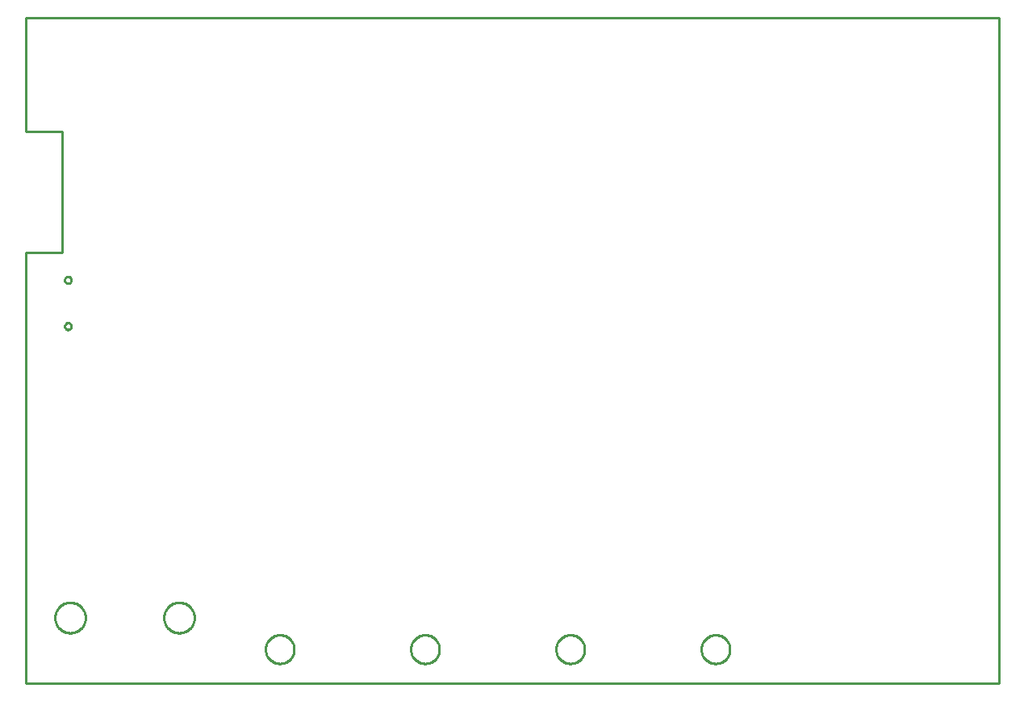
<source format=gko>
G04 EAGLE Gerber RS-274X export*
G75*
%MOMM*%
%FSLAX34Y34*%
%LPD*%
%INBoard Outline*%
%IPPOS*%
%AMOC8*
5,1,8,0,0,1.08239X$1,22.5*%
G01*
%ADD10C,0.000000*%
%ADD11C,0.254000*%


D10*
X0Y0D02*
X1021080Y0D01*
X1021080Y698500D01*
X0Y698500D01*
X0Y579120D01*
X38100Y579120D01*
X38100Y452120D01*
X0Y452120D01*
X0Y0D01*
X40950Y422989D02*
X40952Y423107D01*
X40958Y423225D01*
X40968Y423343D01*
X40982Y423460D01*
X41000Y423577D01*
X41022Y423694D01*
X41047Y423809D01*
X41077Y423923D01*
X41111Y424037D01*
X41148Y424149D01*
X41189Y424260D01*
X41234Y424369D01*
X41282Y424477D01*
X41334Y424583D01*
X41390Y424688D01*
X41449Y424790D01*
X41511Y424890D01*
X41577Y424988D01*
X41646Y425084D01*
X41719Y425178D01*
X41794Y425269D01*
X41873Y425357D01*
X41954Y425443D01*
X42039Y425526D01*
X42126Y425606D01*
X42215Y425683D01*
X42308Y425757D01*
X42402Y425827D01*
X42499Y425895D01*
X42599Y425959D01*
X42700Y426020D01*
X42803Y426077D01*
X42909Y426131D01*
X43016Y426182D01*
X43124Y426228D01*
X43234Y426271D01*
X43346Y426310D01*
X43459Y426346D01*
X43573Y426377D01*
X43688Y426405D01*
X43803Y426429D01*
X43920Y426449D01*
X44037Y426465D01*
X44155Y426477D01*
X44273Y426485D01*
X44391Y426489D01*
X44509Y426489D01*
X44627Y426485D01*
X44745Y426477D01*
X44863Y426465D01*
X44980Y426449D01*
X45097Y426429D01*
X45212Y426405D01*
X45327Y426377D01*
X45441Y426346D01*
X45554Y426310D01*
X45666Y426271D01*
X45776Y426228D01*
X45884Y426182D01*
X45991Y426131D01*
X46097Y426077D01*
X46200Y426020D01*
X46301Y425959D01*
X46401Y425895D01*
X46498Y425827D01*
X46592Y425757D01*
X46685Y425683D01*
X46774Y425606D01*
X46861Y425526D01*
X46946Y425443D01*
X47027Y425357D01*
X47106Y425269D01*
X47181Y425178D01*
X47254Y425084D01*
X47323Y424988D01*
X47389Y424890D01*
X47451Y424790D01*
X47510Y424688D01*
X47566Y424583D01*
X47618Y424477D01*
X47666Y424369D01*
X47711Y424260D01*
X47752Y424149D01*
X47789Y424037D01*
X47823Y423923D01*
X47853Y423809D01*
X47878Y423694D01*
X47900Y423577D01*
X47918Y423460D01*
X47932Y423343D01*
X47942Y423225D01*
X47948Y423107D01*
X47950Y422989D01*
X47948Y422871D01*
X47942Y422753D01*
X47932Y422635D01*
X47918Y422518D01*
X47900Y422401D01*
X47878Y422284D01*
X47853Y422169D01*
X47823Y422055D01*
X47789Y421941D01*
X47752Y421829D01*
X47711Y421718D01*
X47666Y421609D01*
X47618Y421501D01*
X47566Y421395D01*
X47510Y421290D01*
X47451Y421188D01*
X47389Y421088D01*
X47323Y420990D01*
X47254Y420894D01*
X47181Y420800D01*
X47106Y420709D01*
X47027Y420621D01*
X46946Y420535D01*
X46861Y420452D01*
X46774Y420372D01*
X46685Y420295D01*
X46592Y420221D01*
X46498Y420151D01*
X46401Y420083D01*
X46301Y420019D01*
X46200Y419958D01*
X46097Y419901D01*
X45991Y419847D01*
X45884Y419796D01*
X45776Y419750D01*
X45666Y419707D01*
X45554Y419668D01*
X45441Y419632D01*
X45327Y419601D01*
X45212Y419573D01*
X45097Y419549D01*
X44980Y419529D01*
X44863Y419513D01*
X44745Y419501D01*
X44627Y419493D01*
X44509Y419489D01*
X44391Y419489D01*
X44273Y419493D01*
X44155Y419501D01*
X44037Y419513D01*
X43920Y419529D01*
X43803Y419549D01*
X43688Y419573D01*
X43573Y419601D01*
X43459Y419632D01*
X43346Y419668D01*
X43234Y419707D01*
X43124Y419750D01*
X43016Y419796D01*
X42909Y419847D01*
X42803Y419901D01*
X42700Y419958D01*
X42599Y420019D01*
X42499Y420083D01*
X42402Y420151D01*
X42308Y420221D01*
X42215Y420295D01*
X42126Y420372D01*
X42039Y420452D01*
X41954Y420535D01*
X41873Y420621D01*
X41794Y420709D01*
X41719Y420800D01*
X41646Y420894D01*
X41577Y420990D01*
X41511Y421088D01*
X41449Y421188D01*
X41390Y421290D01*
X41334Y421395D01*
X41282Y421501D01*
X41234Y421609D01*
X41189Y421718D01*
X41148Y421829D01*
X41111Y421941D01*
X41077Y422055D01*
X41047Y422169D01*
X41022Y422284D01*
X41000Y422401D01*
X40982Y422518D01*
X40968Y422635D01*
X40958Y422753D01*
X40952Y422871D01*
X40950Y422989D01*
X40950Y374571D02*
X40952Y374689D01*
X40958Y374807D01*
X40968Y374925D01*
X40982Y375042D01*
X41000Y375159D01*
X41022Y375276D01*
X41047Y375391D01*
X41077Y375505D01*
X41111Y375619D01*
X41148Y375731D01*
X41189Y375842D01*
X41234Y375951D01*
X41282Y376059D01*
X41334Y376165D01*
X41390Y376270D01*
X41449Y376372D01*
X41511Y376472D01*
X41577Y376570D01*
X41646Y376666D01*
X41719Y376760D01*
X41794Y376851D01*
X41873Y376939D01*
X41954Y377025D01*
X42039Y377108D01*
X42126Y377188D01*
X42215Y377265D01*
X42308Y377339D01*
X42402Y377409D01*
X42499Y377477D01*
X42599Y377541D01*
X42700Y377602D01*
X42803Y377659D01*
X42909Y377713D01*
X43016Y377764D01*
X43124Y377810D01*
X43234Y377853D01*
X43346Y377892D01*
X43459Y377928D01*
X43573Y377959D01*
X43688Y377987D01*
X43803Y378011D01*
X43920Y378031D01*
X44037Y378047D01*
X44155Y378059D01*
X44273Y378067D01*
X44391Y378071D01*
X44509Y378071D01*
X44627Y378067D01*
X44745Y378059D01*
X44863Y378047D01*
X44980Y378031D01*
X45097Y378011D01*
X45212Y377987D01*
X45327Y377959D01*
X45441Y377928D01*
X45554Y377892D01*
X45666Y377853D01*
X45776Y377810D01*
X45884Y377764D01*
X45991Y377713D01*
X46097Y377659D01*
X46200Y377602D01*
X46301Y377541D01*
X46401Y377477D01*
X46498Y377409D01*
X46592Y377339D01*
X46685Y377265D01*
X46774Y377188D01*
X46861Y377108D01*
X46946Y377025D01*
X47027Y376939D01*
X47106Y376851D01*
X47181Y376760D01*
X47254Y376666D01*
X47323Y376570D01*
X47389Y376472D01*
X47451Y376372D01*
X47510Y376270D01*
X47566Y376165D01*
X47618Y376059D01*
X47666Y375951D01*
X47711Y375842D01*
X47752Y375731D01*
X47789Y375619D01*
X47823Y375505D01*
X47853Y375391D01*
X47878Y375276D01*
X47900Y375159D01*
X47918Y375042D01*
X47932Y374925D01*
X47942Y374807D01*
X47948Y374689D01*
X47950Y374571D01*
X47948Y374453D01*
X47942Y374335D01*
X47932Y374217D01*
X47918Y374100D01*
X47900Y373983D01*
X47878Y373866D01*
X47853Y373751D01*
X47823Y373637D01*
X47789Y373523D01*
X47752Y373411D01*
X47711Y373300D01*
X47666Y373191D01*
X47618Y373083D01*
X47566Y372977D01*
X47510Y372872D01*
X47451Y372770D01*
X47389Y372670D01*
X47323Y372572D01*
X47254Y372476D01*
X47181Y372382D01*
X47106Y372291D01*
X47027Y372203D01*
X46946Y372117D01*
X46861Y372034D01*
X46774Y371954D01*
X46685Y371877D01*
X46592Y371803D01*
X46498Y371733D01*
X46401Y371665D01*
X46301Y371601D01*
X46200Y371540D01*
X46097Y371483D01*
X45991Y371429D01*
X45884Y371378D01*
X45776Y371332D01*
X45666Y371289D01*
X45554Y371250D01*
X45441Y371214D01*
X45327Y371183D01*
X45212Y371155D01*
X45097Y371131D01*
X44980Y371111D01*
X44863Y371095D01*
X44745Y371083D01*
X44627Y371075D01*
X44509Y371071D01*
X44391Y371071D01*
X44273Y371075D01*
X44155Y371083D01*
X44037Y371095D01*
X43920Y371111D01*
X43803Y371131D01*
X43688Y371155D01*
X43573Y371183D01*
X43459Y371214D01*
X43346Y371250D01*
X43234Y371289D01*
X43124Y371332D01*
X43016Y371378D01*
X42909Y371429D01*
X42803Y371483D01*
X42700Y371540D01*
X42599Y371601D01*
X42499Y371665D01*
X42402Y371733D01*
X42308Y371803D01*
X42215Y371877D01*
X42126Y371954D01*
X42039Y372034D01*
X41954Y372117D01*
X41873Y372203D01*
X41794Y372291D01*
X41719Y372382D01*
X41646Y372476D01*
X41577Y372572D01*
X41511Y372670D01*
X41449Y372770D01*
X41390Y372872D01*
X41334Y372977D01*
X41282Y373083D01*
X41234Y373191D01*
X41189Y373300D01*
X41148Y373411D01*
X41111Y373523D01*
X41077Y373637D01*
X41047Y373751D01*
X41022Y373866D01*
X41000Y373983D01*
X40982Y374100D01*
X40968Y374217D01*
X40958Y374335D01*
X40952Y374453D01*
X40950Y374571D01*
X145030Y68700D02*
X145035Y69093D01*
X145049Y69485D01*
X145073Y69877D01*
X145107Y70268D01*
X145150Y70659D01*
X145203Y71048D01*
X145266Y71435D01*
X145337Y71821D01*
X145419Y72206D01*
X145509Y72588D01*
X145610Y72967D01*
X145719Y73345D01*
X145838Y73719D01*
X145965Y74090D01*
X146102Y74458D01*
X146248Y74823D01*
X146403Y75184D01*
X146566Y75541D01*
X146738Y75894D01*
X146919Y76242D01*
X147109Y76586D01*
X147306Y76926D01*
X147512Y77260D01*
X147726Y77589D01*
X147949Y77913D01*
X148179Y78231D01*
X148416Y78544D01*
X148662Y78850D01*
X148915Y79151D01*
X149175Y79445D01*
X149442Y79733D01*
X149716Y80014D01*
X149997Y80288D01*
X150285Y80555D01*
X150579Y80815D01*
X150880Y81068D01*
X151186Y81314D01*
X151499Y81551D01*
X151817Y81781D01*
X152141Y82004D01*
X152470Y82218D01*
X152804Y82424D01*
X153144Y82621D01*
X153488Y82811D01*
X153836Y82992D01*
X154189Y83164D01*
X154546Y83327D01*
X154907Y83482D01*
X155272Y83628D01*
X155640Y83765D01*
X156011Y83892D01*
X156385Y84011D01*
X156763Y84120D01*
X157142Y84221D01*
X157524Y84311D01*
X157909Y84393D01*
X158295Y84464D01*
X158682Y84527D01*
X159071Y84580D01*
X159462Y84623D01*
X159853Y84657D01*
X160245Y84681D01*
X160637Y84695D01*
X161030Y84700D01*
X161423Y84695D01*
X161815Y84681D01*
X162207Y84657D01*
X162598Y84623D01*
X162989Y84580D01*
X163378Y84527D01*
X163765Y84464D01*
X164151Y84393D01*
X164536Y84311D01*
X164918Y84221D01*
X165297Y84120D01*
X165675Y84011D01*
X166049Y83892D01*
X166420Y83765D01*
X166788Y83628D01*
X167153Y83482D01*
X167514Y83327D01*
X167871Y83164D01*
X168224Y82992D01*
X168572Y82811D01*
X168916Y82621D01*
X169256Y82424D01*
X169590Y82218D01*
X169919Y82004D01*
X170243Y81781D01*
X170561Y81551D01*
X170874Y81314D01*
X171180Y81068D01*
X171481Y80815D01*
X171775Y80555D01*
X172063Y80288D01*
X172344Y80014D01*
X172618Y79733D01*
X172885Y79445D01*
X173145Y79151D01*
X173398Y78850D01*
X173644Y78544D01*
X173881Y78231D01*
X174111Y77913D01*
X174334Y77589D01*
X174548Y77260D01*
X174754Y76926D01*
X174951Y76586D01*
X175141Y76242D01*
X175322Y75894D01*
X175494Y75541D01*
X175657Y75184D01*
X175812Y74823D01*
X175958Y74458D01*
X176095Y74090D01*
X176222Y73719D01*
X176341Y73345D01*
X176450Y72967D01*
X176551Y72588D01*
X176641Y72206D01*
X176723Y71821D01*
X176794Y71435D01*
X176857Y71048D01*
X176910Y70659D01*
X176953Y70268D01*
X176987Y69877D01*
X177011Y69485D01*
X177025Y69093D01*
X177030Y68700D01*
X177025Y68307D01*
X177011Y67915D01*
X176987Y67523D01*
X176953Y67132D01*
X176910Y66741D01*
X176857Y66352D01*
X176794Y65965D01*
X176723Y65579D01*
X176641Y65194D01*
X176551Y64812D01*
X176450Y64433D01*
X176341Y64055D01*
X176222Y63681D01*
X176095Y63310D01*
X175958Y62942D01*
X175812Y62577D01*
X175657Y62216D01*
X175494Y61859D01*
X175322Y61506D01*
X175141Y61158D01*
X174951Y60814D01*
X174754Y60474D01*
X174548Y60140D01*
X174334Y59811D01*
X174111Y59487D01*
X173881Y59169D01*
X173644Y58856D01*
X173398Y58550D01*
X173145Y58249D01*
X172885Y57955D01*
X172618Y57667D01*
X172344Y57386D01*
X172063Y57112D01*
X171775Y56845D01*
X171481Y56585D01*
X171180Y56332D01*
X170874Y56086D01*
X170561Y55849D01*
X170243Y55619D01*
X169919Y55396D01*
X169590Y55182D01*
X169256Y54976D01*
X168916Y54779D01*
X168572Y54589D01*
X168224Y54408D01*
X167871Y54236D01*
X167514Y54073D01*
X167153Y53918D01*
X166788Y53772D01*
X166420Y53635D01*
X166049Y53508D01*
X165675Y53389D01*
X165297Y53280D01*
X164918Y53179D01*
X164536Y53089D01*
X164151Y53007D01*
X163765Y52936D01*
X163378Y52873D01*
X162989Y52820D01*
X162598Y52777D01*
X162207Y52743D01*
X161815Y52719D01*
X161423Y52705D01*
X161030Y52700D01*
X160637Y52705D01*
X160245Y52719D01*
X159853Y52743D01*
X159462Y52777D01*
X159071Y52820D01*
X158682Y52873D01*
X158295Y52936D01*
X157909Y53007D01*
X157524Y53089D01*
X157142Y53179D01*
X156763Y53280D01*
X156385Y53389D01*
X156011Y53508D01*
X155640Y53635D01*
X155272Y53772D01*
X154907Y53918D01*
X154546Y54073D01*
X154189Y54236D01*
X153836Y54408D01*
X153488Y54589D01*
X153144Y54779D01*
X152804Y54976D01*
X152470Y55182D01*
X152141Y55396D01*
X151817Y55619D01*
X151499Y55849D01*
X151186Y56086D01*
X150880Y56332D01*
X150579Y56585D01*
X150285Y56845D01*
X149997Y57112D01*
X149716Y57386D01*
X149442Y57667D01*
X149175Y57955D01*
X148915Y58249D01*
X148662Y58550D01*
X148416Y58856D01*
X148179Y59169D01*
X147949Y59487D01*
X147726Y59811D01*
X147512Y60140D01*
X147306Y60474D01*
X147109Y60814D01*
X146919Y61158D01*
X146738Y61506D01*
X146566Y61859D01*
X146403Y62216D01*
X146248Y62577D01*
X146102Y62942D01*
X145965Y63310D01*
X145838Y63681D01*
X145719Y64055D01*
X145610Y64433D01*
X145509Y64812D01*
X145419Y65194D01*
X145337Y65579D01*
X145266Y65965D01*
X145203Y66352D01*
X145150Y66741D01*
X145107Y67132D01*
X145073Y67523D01*
X145049Y67915D01*
X145035Y68307D01*
X145030Y68700D01*
X30730Y68700D02*
X30735Y69093D01*
X30749Y69485D01*
X30773Y69877D01*
X30807Y70268D01*
X30850Y70659D01*
X30903Y71048D01*
X30966Y71435D01*
X31037Y71821D01*
X31119Y72206D01*
X31209Y72588D01*
X31310Y72967D01*
X31419Y73345D01*
X31538Y73719D01*
X31665Y74090D01*
X31802Y74458D01*
X31948Y74823D01*
X32103Y75184D01*
X32266Y75541D01*
X32438Y75894D01*
X32619Y76242D01*
X32809Y76586D01*
X33006Y76926D01*
X33212Y77260D01*
X33426Y77589D01*
X33649Y77913D01*
X33879Y78231D01*
X34116Y78544D01*
X34362Y78850D01*
X34615Y79151D01*
X34875Y79445D01*
X35142Y79733D01*
X35416Y80014D01*
X35697Y80288D01*
X35985Y80555D01*
X36279Y80815D01*
X36580Y81068D01*
X36886Y81314D01*
X37199Y81551D01*
X37517Y81781D01*
X37841Y82004D01*
X38170Y82218D01*
X38504Y82424D01*
X38844Y82621D01*
X39188Y82811D01*
X39536Y82992D01*
X39889Y83164D01*
X40246Y83327D01*
X40607Y83482D01*
X40972Y83628D01*
X41340Y83765D01*
X41711Y83892D01*
X42085Y84011D01*
X42463Y84120D01*
X42842Y84221D01*
X43224Y84311D01*
X43609Y84393D01*
X43995Y84464D01*
X44382Y84527D01*
X44771Y84580D01*
X45162Y84623D01*
X45553Y84657D01*
X45945Y84681D01*
X46337Y84695D01*
X46730Y84700D01*
X47123Y84695D01*
X47515Y84681D01*
X47907Y84657D01*
X48298Y84623D01*
X48689Y84580D01*
X49078Y84527D01*
X49465Y84464D01*
X49851Y84393D01*
X50236Y84311D01*
X50618Y84221D01*
X50997Y84120D01*
X51375Y84011D01*
X51749Y83892D01*
X52120Y83765D01*
X52488Y83628D01*
X52853Y83482D01*
X53214Y83327D01*
X53571Y83164D01*
X53924Y82992D01*
X54272Y82811D01*
X54616Y82621D01*
X54956Y82424D01*
X55290Y82218D01*
X55619Y82004D01*
X55943Y81781D01*
X56261Y81551D01*
X56574Y81314D01*
X56880Y81068D01*
X57181Y80815D01*
X57475Y80555D01*
X57763Y80288D01*
X58044Y80014D01*
X58318Y79733D01*
X58585Y79445D01*
X58845Y79151D01*
X59098Y78850D01*
X59344Y78544D01*
X59581Y78231D01*
X59811Y77913D01*
X60034Y77589D01*
X60248Y77260D01*
X60454Y76926D01*
X60651Y76586D01*
X60841Y76242D01*
X61022Y75894D01*
X61194Y75541D01*
X61357Y75184D01*
X61512Y74823D01*
X61658Y74458D01*
X61795Y74090D01*
X61922Y73719D01*
X62041Y73345D01*
X62150Y72967D01*
X62251Y72588D01*
X62341Y72206D01*
X62423Y71821D01*
X62494Y71435D01*
X62557Y71048D01*
X62610Y70659D01*
X62653Y70268D01*
X62687Y69877D01*
X62711Y69485D01*
X62725Y69093D01*
X62730Y68700D01*
X62725Y68307D01*
X62711Y67915D01*
X62687Y67523D01*
X62653Y67132D01*
X62610Y66741D01*
X62557Y66352D01*
X62494Y65965D01*
X62423Y65579D01*
X62341Y65194D01*
X62251Y64812D01*
X62150Y64433D01*
X62041Y64055D01*
X61922Y63681D01*
X61795Y63310D01*
X61658Y62942D01*
X61512Y62577D01*
X61357Y62216D01*
X61194Y61859D01*
X61022Y61506D01*
X60841Y61158D01*
X60651Y60814D01*
X60454Y60474D01*
X60248Y60140D01*
X60034Y59811D01*
X59811Y59487D01*
X59581Y59169D01*
X59344Y58856D01*
X59098Y58550D01*
X58845Y58249D01*
X58585Y57955D01*
X58318Y57667D01*
X58044Y57386D01*
X57763Y57112D01*
X57475Y56845D01*
X57181Y56585D01*
X56880Y56332D01*
X56574Y56086D01*
X56261Y55849D01*
X55943Y55619D01*
X55619Y55396D01*
X55290Y55182D01*
X54956Y54976D01*
X54616Y54779D01*
X54272Y54589D01*
X53924Y54408D01*
X53571Y54236D01*
X53214Y54073D01*
X52853Y53918D01*
X52488Y53772D01*
X52120Y53635D01*
X51749Y53508D01*
X51375Y53389D01*
X50997Y53280D01*
X50618Y53179D01*
X50236Y53089D01*
X49851Y53007D01*
X49465Y52936D01*
X49078Y52873D01*
X48689Y52820D01*
X48298Y52777D01*
X47907Y52743D01*
X47515Y52719D01*
X47123Y52705D01*
X46730Y52700D01*
X46337Y52705D01*
X45945Y52719D01*
X45553Y52743D01*
X45162Y52777D01*
X44771Y52820D01*
X44382Y52873D01*
X43995Y52936D01*
X43609Y53007D01*
X43224Y53089D01*
X42842Y53179D01*
X42463Y53280D01*
X42085Y53389D01*
X41711Y53508D01*
X41340Y53635D01*
X40972Y53772D01*
X40607Y53918D01*
X40246Y54073D01*
X39889Y54236D01*
X39536Y54408D01*
X39188Y54589D01*
X38844Y54779D01*
X38504Y54976D01*
X38170Y55182D01*
X37841Y55396D01*
X37517Y55619D01*
X37199Y55849D01*
X36886Y56086D01*
X36580Y56332D01*
X36279Y56585D01*
X35985Y56845D01*
X35697Y57112D01*
X35416Y57386D01*
X35142Y57667D01*
X34875Y57955D01*
X34615Y58249D01*
X34362Y58550D01*
X34116Y58856D01*
X33879Y59169D01*
X33649Y59487D01*
X33426Y59811D01*
X33212Y60140D01*
X33006Y60474D01*
X32809Y60814D01*
X32619Y61158D01*
X32438Y61506D01*
X32266Y61859D01*
X32103Y62216D01*
X31948Y62577D01*
X31802Y62942D01*
X31665Y63310D01*
X31538Y63681D01*
X31419Y64055D01*
X31310Y64433D01*
X31209Y64812D01*
X31119Y65194D01*
X31037Y65579D01*
X30966Y65965D01*
X30903Y66352D01*
X30850Y66741D01*
X30807Y67132D01*
X30773Y67523D01*
X30749Y67915D01*
X30735Y68307D01*
X30730Y68700D01*
X556500Y35560D02*
X556505Y35928D01*
X556518Y36296D01*
X556541Y36663D01*
X556572Y37030D01*
X556613Y37396D01*
X556662Y37761D01*
X556721Y38124D01*
X556788Y38486D01*
X556864Y38847D01*
X556950Y39205D01*
X557043Y39561D01*
X557146Y39914D01*
X557257Y40265D01*
X557377Y40613D01*
X557505Y40958D01*
X557642Y41300D01*
X557787Y41639D01*
X557940Y41973D01*
X558102Y42304D01*
X558271Y42631D01*
X558449Y42953D01*
X558634Y43272D01*
X558827Y43585D01*
X559028Y43894D01*
X559236Y44197D01*
X559452Y44495D01*
X559675Y44788D01*
X559905Y45076D01*
X560142Y45358D01*
X560386Y45633D01*
X560636Y45903D01*
X560893Y46167D01*
X561157Y46424D01*
X561427Y46674D01*
X561702Y46918D01*
X561984Y47155D01*
X562272Y47385D01*
X562565Y47608D01*
X562863Y47824D01*
X563166Y48032D01*
X563475Y48233D01*
X563788Y48426D01*
X564107Y48611D01*
X564429Y48789D01*
X564756Y48958D01*
X565087Y49120D01*
X565421Y49273D01*
X565760Y49418D01*
X566102Y49555D01*
X566447Y49683D01*
X566795Y49803D01*
X567146Y49914D01*
X567499Y50017D01*
X567855Y50110D01*
X568213Y50196D01*
X568574Y50272D01*
X568936Y50339D01*
X569299Y50398D01*
X569664Y50447D01*
X570030Y50488D01*
X570397Y50519D01*
X570764Y50542D01*
X571132Y50555D01*
X571500Y50560D01*
X571868Y50555D01*
X572236Y50542D01*
X572603Y50519D01*
X572970Y50488D01*
X573336Y50447D01*
X573701Y50398D01*
X574064Y50339D01*
X574426Y50272D01*
X574787Y50196D01*
X575145Y50110D01*
X575501Y50017D01*
X575854Y49914D01*
X576205Y49803D01*
X576553Y49683D01*
X576898Y49555D01*
X577240Y49418D01*
X577579Y49273D01*
X577913Y49120D01*
X578244Y48958D01*
X578571Y48789D01*
X578893Y48611D01*
X579212Y48426D01*
X579525Y48233D01*
X579834Y48032D01*
X580137Y47824D01*
X580435Y47608D01*
X580728Y47385D01*
X581016Y47155D01*
X581298Y46918D01*
X581573Y46674D01*
X581843Y46424D01*
X582107Y46167D01*
X582364Y45903D01*
X582614Y45633D01*
X582858Y45358D01*
X583095Y45076D01*
X583325Y44788D01*
X583548Y44495D01*
X583764Y44197D01*
X583972Y43894D01*
X584173Y43585D01*
X584366Y43272D01*
X584551Y42953D01*
X584729Y42631D01*
X584898Y42304D01*
X585060Y41973D01*
X585213Y41639D01*
X585358Y41300D01*
X585495Y40958D01*
X585623Y40613D01*
X585743Y40265D01*
X585854Y39914D01*
X585957Y39561D01*
X586050Y39205D01*
X586136Y38847D01*
X586212Y38486D01*
X586279Y38124D01*
X586338Y37761D01*
X586387Y37396D01*
X586428Y37030D01*
X586459Y36663D01*
X586482Y36296D01*
X586495Y35928D01*
X586500Y35560D01*
X586495Y35192D01*
X586482Y34824D01*
X586459Y34457D01*
X586428Y34090D01*
X586387Y33724D01*
X586338Y33359D01*
X586279Y32996D01*
X586212Y32634D01*
X586136Y32273D01*
X586050Y31915D01*
X585957Y31559D01*
X585854Y31206D01*
X585743Y30855D01*
X585623Y30507D01*
X585495Y30162D01*
X585358Y29820D01*
X585213Y29481D01*
X585060Y29147D01*
X584898Y28816D01*
X584729Y28489D01*
X584551Y28167D01*
X584366Y27848D01*
X584173Y27535D01*
X583972Y27226D01*
X583764Y26923D01*
X583548Y26625D01*
X583325Y26332D01*
X583095Y26044D01*
X582858Y25762D01*
X582614Y25487D01*
X582364Y25217D01*
X582107Y24953D01*
X581843Y24696D01*
X581573Y24446D01*
X581298Y24202D01*
X581016Y23965D01*
X580728Y23735D01*
X580435Y23512D01*
X580137Y23296D01*
X579834Y23088D01*
X579525Y22887D01*
X579212Y22694D01*
X578893Y22509D01*
X578571Y22331D01*
X578244Y22162D01*
X577913Y22000D01*
X577579Y21847D01*
X577240Y21702D01*
X576898Y21565D01*
X576553Y21437D01*
X576205Y21317D01*
X575854Y21206D01*
X575501Y21103D01*
X575145Y21010D01*
X574787Y20924D01*
X574426Y20848D01*
X574064Y20781D01*
X573701Y20722D01*
X573336Y20673D01*
X572970Y20632D01*
X572603Y20601D01*
X572236Y20578D01*
X571868Y20565D01*
X571500Y20560D01*
X571132Y20565D01*
X570764Y20578D01*
X570397Y20601D01*
X570030Y20632D01*
X569664Y20673D01*
X569299Y20722D01*
X568936Y20781D01*
X568574Y20848D01*
X568213Y20924D01*
X567855Y21010D01*
X567499Y21103D01*
X567146Y21206D01*
X566795Y21317D01*
X566447Y21437D01*
X566102Y21565D01*
X565760Y21702D01*
X565421Y21847D01*
X565087Y22000D01*
X564756Y22162D01*
X564429Y22331D01*
X564107Y22509D01*
X563788Y22694D01*
X563475Y22887D01*
X563166Y23088D01*
X562863Y23296D01*
X562565Y23512D01*
X562272Y23735D01*
X561984Y23965D01*
X561702Y24202D01*
X561427Y24446D01*
X561157Y24696D01*
X560893Y24953D01*
X560636Y25217D01*
X560386Y25487D01*
X560142Y25762D01*
X559905Y26044D01*
X559675Y26332D01*
X559452Y26625D01*
X559236Y26923D01*
X559028Y27226D01*
X558827Y27535D01*
X558634Y27848D01*
X558449Y28167D01*
X558271Y28489D01*
X558102Y28816D01*
X557940Y29147D01*
X557787Y29481D01*
X557642Y29820D01*
X557505Y30162D01*
X557377Y30507D01*
X557257Y30855D01*
X557146Y31206D01*
X557043Y31559D01*
X556950Y31915D01*
X556864Y32273D01*
X556788Y32634D01*
X556721Y32996D01*
X556662Y33359D01*
X556613Y33724D01*
X556572Y34090D01*
X556541Y34457D01*
X556518Y34824D01*
X556505Y35192D01*
X556500Y35560D01*
X404100Y35560D02*
X404105Y35928D01*
X404118Y36296D01*
X404141Y36663D01*
X404172Y37030D01*
X404213Y37396D01*
X404262Y37761D01*
X404321Y38124D01*
X404388Y38486D01*
X404464Y38847D01*
X404550Y39205D01*
X404643Y39561D01*
X404746Y39914D01*
X404857Y40265D01*
X404977Y40613D01*
X405105Y40958D01*
X405242Y41300D01*
X405387Y41639D01*
X405540Y41973D01*
X405702Y42304D01*
X405871Y42631D01*
X406049Y42953D01*
X406234Y43272D01*
X406427Y43585D01*
X406628Y43894D01*
X406836Y44197D01*
X407052Y44495D01*
X407275Y44788D01*
X407505Y45076D01*
X407742Y45358D01*
X407986Y45633D01*
X408236Y45903D01*
X408493Y46167D01*
X408757Y46424D01*
X409027Y46674D01*
X409302Y46918D01*
X409584Y47155D01*
X409872Y47385D01*
X410165Y47608D01*
X410463Y47824D01*
X410766Y48032D01*
X411075Y48233D01*
X411388Y48426D01*
X411707Y48611D01*
X412029Y48789D01*
X412356Y48958D01*
X412687Y49120D01*
X413021Y49273D01*
X413360Y49418D01*
X413702Y49555D01*
X414047Y49683D01*
X414395Y49803D01*
X414746Y49914D01*
X415099Y50017D01*
X415455Y50110D01*
X415813Y50196D01*
X416174Y50272D01*
X416536Y50339D01*
X416899Y50398D01*
X417264Y50447D01*
X417630Y50488D01*
X417997Y50519D01*
X418364Y50542D01*
X418732Y50555D01*
X419100Y50560D01*
X419468Y50555D01*
X419836Y50542D01*
X420203Y50519D01*
X420570Y50488D01*
X420936Y50447D01*
X421301Y50398D01*
X421664Y50339D01*
X422026Y50272D01*
X422387Y50196D01*
X422745Y50110D01*
X423101Y50017D01*
X423454Y49914D01*
X423805Y49803D01*
X424153Y49683D01*
X424498Y49555D01*
X424840Y49418D01*
X425179Y49273D01*
X425513Y49120D01*
X425844Y48958D01*
X426171Y48789D01*
X426493Y48611D01*
X426812Y48426D01*
X427125Y48233D01*
X427434Y48032D01*
X427737Y47824D01*
X428035Y47608D01*
X428328Y47385D01*
X428616Y47155D01*
X428898Y46918D01*
X429173Y46674D01*
X429443Y46424D01*
X429707Y46167D01*
X429964Y45903D01*
X430214Y45633D01*
X430458Y45358D01*
X430695Y45076D01*
X430925Y44788D01*
X431148Y44495D01*
X431364Y44197D01*
X431572Y43894D01*
X431773Y43585D01*
X431966Y43272D01*
X432151Y42953D01*
X432329Y42631D01*
X432498Y42304D01*
X432660Y41973D01*
X432813Y41639D01*
X432958Y41300D01*
X433095Y40958D01*
X433223Y40613D01*
X433343Y40265D01*
X433454Y39914D01*
X433557Y39561D01*
X433650Y39205D01*
X433736Y38847D01*
X433812Y38486D01*
X433879Y38124D01*
X433938Y37761D01*
X433987Y37396D01*
X434028Y37030D01*
X434059Y36663D01*
X434082Y36296D01*
X434095Y35928D01*
X434100Y35560D01*
X434095Y35192D01*
X434082Y34824D01*
X434059Y34457D01*
X434028Y34090D01*
X433987Y33724D01*
X433938Y33359D01*
X433879Y32996D01*
X433812Y32634D01*
X433736Y32273D01*
X433650Y31915D01*
X433557Y31559D01*
X433454Y31206D01*
X433343Y30855D01*
X433223Y30507D01*
X433095Y30162D01*
X432958Y29820D01*
X432813Y29481D01*
X432660Y29147D01*
X432498Y28816D01*
X432329Y28489D01*
X432151Y28167D01*
X431966Y27848D01*
X431773Y27535D01*
X431572Y27226D01*
X431364Y26923D01*
X431148Y26625D01*
X430925Y26332D01*
X430695Y26044D01*
X430458Y25762D01*
X430214Y25487D01*
X429964Y25217D01*
X429707Y24953D01*
X429443Y24696D01*
X429173Y24446D01*
X428898Y24202D01*
X428616Y23965D01*
X428328Y23735D01*
X428035Y23512D01*
X427737Y23296D01*
X427434Y23088D01*
X427125Y22887D01*
X426812Y22694D01*
X426493Y22509D01*
X426171Y22331D01*
X425844Y22162D01*
X425513Y22000D01*
X425179Y21847D01*
X424840Y21702D01*
X424498Y21565D01*
X424153Y21437D01*
X423805Y21317D01*
X423454Y21206D01*
X423101Y21103D01*
X422745Y21010D01*
X422387Y20924D01*
X422026Y20848D01*
X421664Y20781D01*
X421301Y20722D01*
X420936Y20673D01*
X420570Y20632D01*
X420203Y20601D01*
X419836Y20578D01*
X419468Y20565D01*
X419100Y20560D01*
X418732Y20565D01*
X418364Y20578D01*
X417997Y20601D01*
X417630Y20632D01*
X417264Y20673D01*
X416899Y20722D01*
X416536Y20781D01*
X416174Y20848D01*
X415813Y20924D01*
X415455Y21010D01*
X415099Y21103D01*
X414746Y21206D01*
X414395Y21317D01*
X414047Y21437D01*
X413702Y21565D01*
X413360Y21702D01*
X413021Y21847D01*
X412687Y22000D01*
X412356Y22162D01*
X412029Y22331D01*
X411707Y22509D01*
X411388Y22694D01*
X411075Y22887D01*
X410766Y23088D01*
X410463Y23296D01*
X410165Y23512D01*
X409872Y23735D01*
X409584Y23965D01*
X409302Y24202D01*
X409027Y24446D01*
X408757Y24696D01*
X408493Y24953D01*
X408236Y25217D01*
X407986Y25487D01*
X407742Y25762D01*
X407505Y26044D01*
X407275Y26332D01*
X407052Y26625D01*
X406836Y26923D01*
X406628Y27226D01*
X406427Y27535D01*
X406234Y27848D01*
X406049Y28167D01*
X405871Y28489D01*
X405702Y28816D01*
X405540Y29147D01*
X405387Y29481D01*
X405242Y29820D01*
X405105Y30162D01*
X404977Y30507D01*
X404857Y30855D01*
X404746Y31206D01*
X404643Y31559D01*
X404550Y31915D01*
X404464Y32273D01*
X404388Y32634D01*
X404321Y32996D01*
X404262Y33359D01*
X404213Y33724D01*
X404172Y34090D01*
X404141Y34457D01*
X404118Y34824D01*
X404105Y35192D01*
X404100Y35560D01*
X251700Y35560D02*
X251705Y35928D01*
X251718Y36296D01*
X251741Y36663D01*
X251772Y37030D01*
X251813Y37396D01*
X251862Y37761D01*
X251921Y38124D01*
X251988Y38486D01*
X252064Y38847D01*
X252150Y39205D01*
X252243Y39561D01*
X252346Y39914D01*
X252457Y40265D01*
X252577Y40613D01*
X252705Y40958D01*
X252842Y41300D01*
X252987Y41639D01*
X253140Y41973D01*
X253302Y42304D01*
X253471Y42631D01*
X253649Y42953D01*
X253834Y43272D01*
X254027Y43585D01*
X254228Y43894D01*
X254436Y44197D01*
X254652Y44495D01*
X254875Y44788D01*
X255105Y45076D01*
X255342Y45358D01*
X255586Y45633D01*
X255836Y45903D01*
X256093Y46167D01*
X256357Y46424D01*
X256627Y46674D01*
X256902Y46918D01*
X257184Y47155D01*
X257472Y47385D01*
X257765Y47608D01*
X258063Y47824D01*
X258366Y48032D01*
X258675Y48233D01*
X258988Y48426D01*
X259307Y48611D01*
X259629Y48789D01*
X259956Y48958D01*
X260287Y49120D01*
X260621Y49273D01*
X260960Y49418D01*
X261302Y49555D01*
X261647Y49683D01*
X261995Y49803D01*
X262346Y49914D01*
X262699Y50017D01*
X263055Y50110D01*
X263413Y50196D01*
X263774Y50272D01*
X264136Y50339D01*
X264499Y50398D01*
X264864Y50447D01*
X265230Y50488D01*
X265597Y50519D01*
X265964Y50542D01*
X266332Y50555D01*
X266700Y50560D01*
X267068Y50555D01*
X267436Y50542D01*
X267803Y50519D01*
X268170Y50488D01*
X268536Y50447D01*
X268901Y50398D01*
X269264Y50339D01*
X269626Y50272D01*
X269987Y50196D01*
X270345Y50110D01*
X270701Y50017D01*
X271054Y49914D01*
X271405Y49803D01*
X271753Y49683D01*
X272098Y49555D01*
X272440Y49418D01*
X272779Y49273D01*
X273113Y49120D01*
X273444Y48958D01*
X273771Y48789D01*
X274093Y48611D01*
X274412Y48426D01*
X274725Y48233D01*
X275034Y48032D01*
X275337Y47824D01*
X275635Y47608D01*
X275928Y47385D01*
X276216Y47155D01*
X276498Y46918D01*
X276773Y46674D01*
X277043Y46424D01*
X277307Y46167D01*
X277564Y45903D01*
X277814Y45633D01*
X278058Y45358D01*
X278295Y45076D01*
X278525Y44788D01*
X278748Y44495D01*
X278964Y44197D01*
X279172Y43894D01*
X279373Y43585D01*
X279566Y43272D01*
X279751Y42953D01*
X279929Y42631D01*
X280098Y42304D01*
X280260Y41973D01*
X280413Y41639D01*
X280558Y41300D01*
X280695Y40958D01*
X280823Y40613D01*
X280943Y40265D01*
X281054Y39914D01*
X281157Y39561D01*
X281250Y39205D01*
X281336Y38847D01*
X281412Y38486D01*
X281479Y38124D01*
X281538Y37761D01*
X281587Y37396D01*
X281628Y37030D01*
X281659Y36663D01*
X281682Y36296D01*
X281695Y35928D01*
X281700Y35560D01*
X281695Y35192D01*
X281682Y34824D01*
X281659Y34457D01*
X281628Y34090D01*
X281587Y33724D01*
X281538Y33359D01*
X281479Y32996D01*
X281412Y32634D01*
X281336Y32273D01*
X281250Y31915D01*
X281157Y31559D01*
X281054Y31206D01*
X280943Y30855D01*
X280823Y30507D01*
X280695Y30162D01*
X280558Y29820D01*
X280413Y29481D01*
X280260Y29147D01*
X280098Y28816D01*
X279929Y28489D01*
X279751Y28167D01*
X279566Y27848D01*
X279373Y27535D01*
X279172Y27226D01*
X278964Y26923D01*
X278748Y26625D01*
X278525Y26332D01*
X278295Y26044D01*
X278058Y25762D01*
X277814Y25487D01*
X277564Y25217D01*
X277307Y24953D01*
X277043Y24696D01*
X276773Y24446D01*
X276498Y24202D01*
X276216Y23965D01*
X275928Y23735D01*
X275635Y23512D01*
X275337Y23296D01*
X275034Y23088D01*
X274725Y22887D01*
X274412Y22694D01*
X274093Y22509D01*
X273771Y22331D01*
X273444Y22162D01*
X273113Y22000D01*
X272779Y21847D01*
X272440Y21702D01*
X272098Y21565D01*
X271753Y21437D01*
X271405Y21317D01*
X271054Y21206D01*
X270701Y21103D01*
X270345Y21010D01*
X269987Y20924D01*
X269626Y20848D01*
X269264Y20781D01*
X268901Y20722D01*
X268536Y20673D01*
X268170Y20632D01*
X267803Y20601D01*
X267436Y20578D01*
X267068Y20565D01*
X266700Y20560D01*
X266332Y20565D01*
X265964Y20578D01*
X265597Y20601D01*
X265230Y20632D01*
X264864Y20673D01*
X264499Y20722D01*
X264136Y20781D01*
X263774Y20848D01*
X263413Y20924D01*
X263055Y21010D01*
X262699Y21103D01*
X262346Y21206D01*
X261995Y21317D01*
X261647Y21437D01*
X261302Y21565D01*
X260960Y21702D01*
X260621Y21847D01*
X260287Y22000D01*
X259956Y22162D01*
X259629Y22331D01*
X259307Y22509D01*
X258988Y22694D01*
X258675Y22887D01*
X258366Y23088D01*
X258063Y23296D01*
X257765Y23512D01*
X257472Y23735D01*
X257184Y23965D01*
X256902Y24202D01*
X256627Y24446D01*
X256357Y24696D01*
X256093Y24953D01*
X255836Y25217D01*
X255586Y25487D01*
X255342Y25762D01*
X255105Y26044D01*
X254875Y26332D01*
X254652Y26625D01*
X254436Y26923D01*
X254228Y27226D01*
X254027Y27535D01*
X253834Y27848D01*
X253649Y28167D01*
X253471Y28489D01*
X253302Y28816D01*
X253140Y29147D01*
X252987Y29481D01*
X252842Y29820D01*
X252705Y30162D01*
X252577Y30507D01*
X252457Y30855D01*
X252346Y31206D01*
X252243Y31559D01*
X252150Y31915D01*
X252064Y32273D01*
X251988Y32634D01*
X251921Y32996D01*
X251862Y33359D01*
X251813Y33724D01*
X251772Y34090D01*
X251741Y34457D01*
X251718Y34824D01*
X251705Y35192D01*
X251700Y35560D01*
X708900Y35560D02*
X708905Y35928D01*
X708918Y36296D01*
X708941Y36663D01*
X708972Y37030D01*
X709013Y37396D01*
X709062Y37761D01*
X709121Y38124D01*
X709188Y38486D01*
X709264Y38847D01*
X709350Y39205D01*
X709443Y39561D01*
X709546Y39914D01*
X709657Y40265D01*
X709777Y40613D01*
X709905Y40958D01*
X710042Y41300D01*
X710187Y41639D01*
X710340Y41973D01*
X710502Y42304D01*
X710671Y42631D01*
X710849Y42953D01*
X711034Y43272D01*
X711227Y43585D01*
X711428Y43894D01*
X711636Y44197D01*
X711852Y44495D01*
X712075Y44788D01*
X712305Y45076D01*
X712542Y45358D01*
X712786Y45633D01*
X713036Y45903D01*
X713293Y46167D01*
X713557Y46424D01*
X713827Y46674D01*
X714102Y46918D01*
X714384Y47155D01*
X714672Y47385D01*
X714965Y47608D01*
X715263Y47824D01*
X715566Y48032D01*
X715875Y48233D01*
X716188Y48426D01*
X716507Y48611D01*
X716829Y48789D01*
X717156Y48958D01*
X717487Y49120D01*
X717821Y49273D01*
X718160Y49418D01*
X718502Y49555D01*
X718847Y49683D01*
X719195Y49803D01*
X719546Y49914D01*
X719899Y50017D01*
X720255Y50110D01*
X720613Y50196D01*
X720974Y50272D01*
X721336Y50339D01*
X721699Y50398D01*
X722064Y50447D01*
X722430Y50488D01*
X722797Y50519D01*
X723164Y50542D01*
X723532Y50555D01*
X723900Y50560D01*
X724268Y50555D01*
X724636Y50542D01*
X725003Y50519D01*
X725370Y50488D01*
X725736Y50447D01*
X726101Y50398D01*
X726464Y50339D01*
X726826Y50272D01*
X727187Y50196D01*
X727545Y50110D01*
X727901Y50017D01*
X728254Y49914D01*
X728605Y49803D01*
X728953Y49683D01*
X729298Y49555D01*
X729640Y49418D01*
X729979Y49273D01*
X730313Y49120D01*
X730644Y48958D01*
X730971Y48789D01*
X731293Y48611D01*
X731612Y48426D01*
X731925Y48233D01*
X732234Y48032D01*
X732537Y47824D01*
X732835Y47608D01*
X733128Y47385D01*
X733416Y47155D01*
X733698Y46918D01*
X733973Y46674D01*
X734243Y46424D01*
X734507Y46167D01*
X734764Y45903D01*
X735014Y45633D01*
X735258Y45358D01*
X735495Y45076D01*
X735725Y44788D01*
X735948Y44495D01*
X736164Y44197D01*
X736372Y43894D01*
X736573Y43585D01*
X736766Y43272D01*
X736951Y42953D01*
X737129Y42631D01*
X737298Y42304D01*
X737460Y41973D01*
X737613Y41639D01*
X737758Y41300D01*
X737895Y40958D01*
X738023Y40613D01*
X738143Y40265D01*
X738254Y39914D01*
X738357Y39561D01*
X738450Y39205D01*
X738536Y38847D01*
X738612Y38486D01*
X738679Y38124D01*
X738738Y37761D01*
X738787Y37396D01*
X738828Y37030D01*
X738859Y36663D01*
X738882Y36296D01*
X738895Y35928D01*
X738900Y35560D01*
X738895Y35192D01*
X738882Y34824D01*
X738859Y34457D01*
X738828Y34090D01*
X738787Y33724D01*
X738738Y33359D01*
X738679Y32996D01*
X738612Y32634D01*
X738536Y32273D01*
X738450Y31915D01*
X738357Y31559D01*
X738254Y31206D01*
X738143Y30855D01*
X738023Y30507D01*
X737895Y30162D01*
X737758Y29820D01*
X737613Y29481D01*
X737460Y29147D01*
X737298Y28816D01*
X737129Y28489D01*
X736951Y28167D01*
X736766Y27848D01*
X736573Y27535D01*
X736372Y27226D01*
X736164Y26923D01*
X735948Y26625D01*
X735725Y26332D01*
X735495Y26044D01*
X735258Y25762D01*
X735014Y25487D01*
X734764Y25217D01*
X734507Y24953D01*
X734243Y24696D01*
X733973Y24446D01*
X733698Y24202D01*
X733416Y23965D01*
X733128Y23735D01*
X732835Y23512D01*
X732537Y23296D01*
X732234Y23088D01*
X731925Y22887D01*
X731612Y22694D01*
X731293Y22509D01*
X730971Y22331D01*
X730644Y22162D01*
X730313Y22000D01*
X729979Y21847D01*
X729640Y21702D01*
X729298Y21565D01*
X728953Y21437D01*
X728605Y21317D01*
X728254Y21206D01*
X727901Y21103D01*
X727545Y21010D01*
X727187Y20924D01*
X726826Y20848D01*
X726464Y20781D01*
X726101Y20722D01*
X725736Y20673D01*
X725370Y20632D01*
X725003Y20601D01*
X724636Y20578D01*
X724268Y20565D01*
X723900Y20560D01*
X723532Y20565D01*
X723164Y20578D01*
X722797Y20601D01*
X722430Y20632D01*
X722064Y20673D01*
X721699Y20722D01*
X721336Y20781D01*
X720974Y20848D01*
X720613Y20924D01*
X720255Y21010D01*
X719899Y21103D01*
X719546Y21206D01*
X719195Y21317D01*
X718847Y21437D01*
X718502Y21565D01*
X718160Y21702D01*
X717821Y21847D01*
X717487Y22000D01*
X717156Y22162D01*
X716829Y22331D01*
X716507Y22509D01*
X716188Y22694D01*
X715875Y22887D01*
X715566Y23088D01*
X715263Y23296D01*
X714965Y23512D01*
X714672Y23735D01*
X714384Y23965D01*
X714102Y24202D01*
X713827Y24446D01*
X713557Y24696D01*
X713293Y24953D01*
X713036Y25217D01*
X712786Y25487D01*
X712542Y25762D01*
X712305Y26044D01*
X712075Y26332D01*
X711852Y26625D01*
X711636Y26923D01*
X711428Y27226D01*
X711227Y27535D01*
X711034Y27848D01*
X710849Y28167D01*
X710671Y28489D01*
X710502Y28816D01*
X710340Y29147D01*
X710187Y29481D01*
X710042Y29820D01*
X709905Y30162D01*
X709777Y30507D01*
X709657Y30855D01*
X709546Y31206D01*
X709443Y31559D01*
X709350Y31915D01*
X709264Y32273D01*
X709188Y32634D01*
X709121Y32996D01*
X709062Y33359D01*
X709013Y33724D01*
X708972Y34090D01*
X708941Y34457D01*
X708918Y34824D01*
X708905Y35192D01*
X708900Y35560D01*
D11*
X0Y0D02*
X1021080Y0D01*
X1021080Y698500D01*
X0Y698500D01*
X0Y579120D01*
X38100Y579120D01*
X38100Y452120D01*
X0Y452120D01*
X0Y0D01*
X44221Y419489D02*
X43766Y419549D01*
X43323Y419668D01*
X42899Y419844D01*
X42501Y420073D01*
X42137Y420352D01*
X41813Y420677D01*
X41534Y421041D01*
X41304Y421438D01*
X41129Y421862D01*
X41010Y422305D01*
X40950Y422760D01*
X40950Y423219D01*
X41010Y423674D01*
X41129Y424117D01*
X41304Y424541D01*
X41534Y424938D01*
X41813Y425302D01*
X42137Y425626D01*
X42501Y425906D01*
X42899Y426135D01*
X43323Y426311D01*
X43766Y426430D01*
X44221Y426489D01*
X44679Y426489D01*
X45134Y426430D01*
X45577Y426311D01*
X46001Y426135D01*
X46399Y425906D01*
X46763Y425626D01*
X47087Y425302D01*
X47366Y424938D01*
X47596Y424541D01*
X47771Y424117D01*
X47890Y423674D01*
X47950Y423219D01*
X47950Y422760D01*
X47890Y422305D01*
X47771Y421862D01*
X47596Y421438D01*
X47366Y421041D01*
X47087Y420677D01*
X46763Y420352D01*
X46399Y420073D01*
X46001Y419844D01*
X45577Y419668D01*
X45134Y419549D01*
X44679Y419489D01*
X44221Y419489D01*
X44221Y371071D02*
X43766Y371131D01*
X43323Y371249D01*
X42899Y371425D01*
X42501Y371654D01*
X42137Y371934D01*
X41813Y372258D01*
X41534Y372622D01*
X41304Y373019D01*
X41129Y373443D01*
X41010Y373886D01*
X40950Y374341D01*
X40950Y374800D01*
X41010Y375255D01*
X41129Y375698D01*
X41304Y376122D01*
X41534Y376519D01*
X41813Y376883D01*
X42137Y377208D01*
X42501Y377487D01*
X42899Y377716D01*
X43323Y377892D01*
X43766Y378011D01*
X44221Y378071D01*
X44679Y378071D01*
X45134Y378011D01*
X45577Y377892D01*
X46001Y377716D01*
X46399Y377487D01*
X46763Y377208D01*
X47087Y376883D01*
X47366Y376519D01*
X47596Y376122D01*
X47771Y375698D01*
X47890Y375255D01*
X47950Y374800D01*
X47950Y374341D01*
X47890Y373886D01*
X47771Y373443D01*
X47596Y373019D01*
X47366Y372622D01*
X47087Y372258D01*
X46763Y371934D01*
X46399Y371654D01*
X46001Y371425D01*
X45577Y371249D01*
X45134Y371131D01*
X44679Y371071D01*
X44221Y371071D01*
X161554Y84700D02*
X162599Y84632D01*
X163638Y84495D01*
X164665Y84290D01*
X165677Y84019D01*
X166669Y83683D01*
X167637Y83282D01*
X168576Y82818D01*
X169484Y82295D01*
X170355Y81713D01*
X171186Y81075D01*
X171973Y80384D01*
X172714Y79643D01*
X173405Y78856D01*
X174043Y78025D01*
X174625Y77154D01*
X175148Y76246D01*
X175612Y75307D01*
X176013Y74339D01*
X176349Y73347D01*
X176620Y72335D01*
X176825Y71308D01*
X176962Y70269D01*
X177030Y69224D01*
X177030Y68176D01*
X176962Y67131D01*
X176825Y66092D01*
X176620Y65065D01*
X176349Y64053D01*
X176013Y63061D01*
X175612Y62093D01*
X175148Y61154D01*
X174625Y60246D01*
X174043Y59375D01*
X173405Y58544D01*
X172714Y57757D01*
X171973Y57016D01*
X171186Y56325D01*
X170355Y55688D01*
X169484Y55106D01*
X168576Y54582D01*
X167637Y54118D01*
X166669Y53717D01*
X165677Y53381D01*
X164665Y53110D01*
X163638Y52905D01*
X162599Y52769D01*
X161554Y52700D01*
X160506Y52700D01*
X159461Y52769D01*
X158422Y52905D01*
X157395Y53110D01*
X156383Y53381D01*
X155391Y53717D01*
X154423Y54118D01*
X153484Y54582D01*
X152576Y55106D01*
X151705Y55688D01*
X150874Y56325D01*
X150087Y57016D01*
X149346Y57757D01*
X148655Y58544D01*
X148018Y59375D01*
X147436Y60246D01*
X146912Y61154D01*
X146448Y62093D01*
X146047Y63061D01*
X145711Y64053D01*
X145440Y65065D01*
X145235Y66092D01*
X145099Y67131D01*
X145030Y68176D01*
X145030Y69224D01*
X145099Y70269D01*
X145235Y71308D01*
X145440Y72335D01*
X145711Y73347D01*
X146047Y74339D01*
X146448Y75307D01*
X146912Y76246D01*
X147436Y77154D01*
X148018Y78025D01*
X148655Y78856D01*
X149346Y79643D01*
X150087Y80384D01*
X150874Y81075D01*
X151705Y81713D01*
X152576Y82295D01*
X153484Y82818D01*
X154423Y83282D01*
X155391Y83683D01*
X156383Y84019D01*
X157395Y84290D01*
X158422Y84495D01*
X159461Y84632D01*
X160506Y84700D01*
X161554Y84700D01*
X47254Y84700D02*
X48299Y84632D01*
X49338Y84495D01*
X50365Y84290D01*
X51377Y84019D01*
X52369Y83683D01*
X53337Y83282D01*
X54276Y82818D01*
X55184Y82295D01*
X56055Y81713D01*
X56886Y81075D01*
X57673Y80384D01*
X58414Y79643D01*
X59105Y78856D01*
X59743Y78025D01*
X60325Y77154D01*
X60848Y76246D01*
X61312Y75307D01*
X61713Y74339D01*
X62049Y73347D01*
X62320Y72335D01*
X62525Y71308D01*
X62662Y70269D01*
X62730Y69224D01*
X62730Y68176D01*
X62662Y67131D01*
X62525Y66092D01*
X62320Y65065D01*
X62049Y64053D01*
X61713Y63061D01*
X61312Y62093D01*
X60848Y61154D01*
X60325Y60246D01*
X59743Y59375D01*
X59105Y58544D01*
X58414Y57757D01*
X57673Y57016D01*
X56886Y56325D01*
X56055Y55688D01*
X55184Y55106D01*
X54276Y54582D01*
X53337Y54118D01*
X52369Y53717D01*
X51377Y53381D01*
X50365Y53110D01*
X49338Y52905D01*
X48299Y52769D01*
X47254Y52700D01*
X46206Y52700D01*
X45161Y52769D01*
X44122Y52905D01*
X43095Y53110D01*
X42083Y53381D01*
X41091Y53717D01*
X40123Y54118D01*
X39184Y54582D01*
X38276Y55106D01*
X37405Y55688D01*
X36574Y56325D01*
X35787Y57016D01*
X35046Y57757D01*
X34355Y58544D01*
X33718Y59375D01*
X33136Y60246D01*
X32612Y61154D01*
X32148Y62093D01*
X31747Y63061D01*
X31411Y64053D01*
X31140Y65065D01*
X30935Y66092D01*
X30799Y67131D01*
X30730Y68176D01*
X30730Y69224D01*
X30799Y70269D01*
X30935Y71308D01*
X31140Y72335D01*
X31411Y73347D01*
X31747Y74339D01*
X32148Y75307D01*
X32612Y76246D01*
X33136Y77154D01*
X33718Y78025D01*
X34355Y78856D01*
X35046Y79643D01*
X35787Y80384D01*
X36574Y81075D01*
X37405Y81713D01*
X38276Y82295D01*
X39184Y82818D01*
X40123Y83282D01*
X41091Y83683D01*
X42083Y84019D01*
X43095Y84290D01*
X44122Y84495D01*
X45161Y84632D01*
X46206Y84700D01*
X47254Y84700D01*
X586500Y35024D02*
X586424Y33956D01*
X586271Y32895D01*
X586043Y31848D01*
X585741Y30820D01*
X585367Y29816D01*
X584922Y28841D01*
X584408Y27901D01*
X583829Y27000D01*
X583187Y26142D01*
X582485Y25332D01*
X581728Y24575D01*
X580918Y23873D01*
X580060Y23231D01*
X579159Y22652D01*
X578219Y22138D01*
X577244Y21693D01*
X576240Y21319D01*
X575212Y21017D01*
X574165Y20789D01*
X573104Y20636D01*
X572036Y20560D01*
X570964Y20560D01*
X569896Y20636D01*
X568835Y20789D01*
X567788Y21017D01*
X566760Y21319D01*
X565756Y21693D01*
X564781Y22138D01*
X563841Y22652D01*
X562940Y23231D01*
X562082Y23873D01*
X561272Y24575D01*
X560515Y25332D01*
X559813Y26142D01*
X559171Y27000D01*
X558592Y27901D01*
X558078Y28841D01*
X557633Y29816D01*
X557259Y30820D01*
X556957Y31848D01*
X556729Y32895D01*
X556576Y33956D01*
X556500Y35024D01*
X556500Y36096D01*
X556576Y37164D01*
X556729Y38225D01*
X556957Y39272D01*
X557259Y40300D01*
X557633Y41304D01*
X558078Y42279D01*
X558592Y43219D01*
X559171Y44120D01*
X559813Y44978D01*
X560515Y45788D01*
X561272Y46545D01*
X562082Y47247D01*
X562940Y47889D01*
X563841Y48468D01*
X564781Y48982D01*
X565756Y49427D01*
X566760Y49801D01*
X567788Y50103D01*
X568835Y50331D01*
X569896Y50484D01*
X570964Y50560D01*
X572036Y50560D01*
X573104Y50484D01*
X574165Y50331D01*
X575212Y50103D01*
X576240Y49801D01*
X577244Y49427D01*
X578219Y48982D01*
X579159Y48468D01*
X580060Y47889D01*
X580918Y47247D01*
X581728Y46545D01*
X582485Y45788D01*
X583187Y44978D01*
X583829Y44120D01*
X584408Y43219D01*
X584922Y42279D01*
X585367Y41304D01*
X585741Y40300D01*
X586043Y39272D01*
X586271Y38225D01*
X586424Y37164D01*
X586500Y36096D01*
X586500Y35024D01*
X434100Y35024D02*
X434024Y33956D01*
X433871Y32895D01*
X433643Y31848D01*
X433341Y30820D01*
X432967Y29816D01*
X432522Y28841D01*
X432008Y27901D01*
X431429Y27000D01*
X430787Y26142D01*
X430085Y25332D01*
X429328Y24575D01*
X428518Y23873D01*
X427660Y23231D01*
X426759Y22652D01*
X425819Y22138D01*
X424844Y21693D01*
X423840Y21319D01*
X422812Y21017D01*
X421765Y20789D01*
X420704Y20636D01*
X419636Y20560D01*
X418564Y20560D01*
X417496Y20636D01*
X416435Y20789D01*
X415388Y21017D01*
X414360Y21319D01*
X413356Y21693D01*
X412381Y22138D01*
X411441Y22652D01*
X410540Y23231D01*
X409682Y23873D01*
X408872Y24575D01*
X408115Y25332D01*
X407413Y26142D01*
X406771Y27000D01*
X406192Y27901D01*
X405678Y28841D01*
X405233Y29816D01*
X404859Y30820D01*
X404557Y31848D01*
X404329Y32895D01*
X404176Y33956D01*
X404100Y35024D01*
X404100Y36096D01*
X404176Y37164D01*
X404329Y38225D01*
X404557Y39272D01*
X404859Y40300D01*
X405233Y41304D01*
X405678Y42279D01*
X406192Y43219D01*
X406771Y44120D01*
X407413Y44978D01*
X408115Y45788D01*
X408872Y46545D01*
X409682Y47247D01*
X410540Y47889D01*
X411441Y48468D01*
X412381Y48982D01*
X413356Y49427D01*
X414360Y49801D01*
X415388Y50103D01*
X416435Y50331D01*
X417496Y50484D01*
X418564Y50560D01*
X419636Y50560D01*
X420704Y50484D01*
X421765Y50331D01*
X422812Y50103D01*
X423840Y49801D01*
X424844Y49427D01*
X425819Y48982D01*
X426759Y48468D01*
X427660Y47889D01*
X428518Y47247D01*
X429328Y46545D01*
X430085Y45788D01*
X430787Y44978D01*
X431429Y44120D01*
X432008Y43219D01*
X432522Y42279D01*
X432967Y41304D01*
X433341Y40300D01*
X433643Y39272D01*
X433871Y38225D01*
X434024Y37164D01*
X434100Y36096D01*
X434100Y35024D01*
X281700Y35024D02*
X281624Y33956D01*
X281471Y32895D01*
X281243Y31848D01*
X280941Y30820D01*
X280567Y29816D01*
X280122Y28841D01*
X279608Y27901D01*
X279029Y27000D01*
X278387Y26142D01*
X277685Y25332D01*
X276928Y24575D01*
X276118Y23873D01*
X275260Y23231D01*
X274359Y22652D01*
X273419Y22138D01*
X272444Y21693D01*
X271440Y21319D01*
X270412Y21017D01*
X269365Y20789D01*
X268304Y20636D01*
X267236Y20560D01*
X266164Y20560D01*
X265096Y20636D01*
X264035Y20789D01*
X262988Y21017D01*
X261960Y21319D01*
X260956Y21693D01*
X259981Y22138D01*
X259041Y22652D01*
X258140Y23231D01*
X257282Y23873D01*
X256472Y24575D01*
X255715Y25332D01*
X255013Y26142D01*
X254371Y27000D01*
X253792Y27901D01*
X253278Y28841D01*
X252833Y29816D01*
X252459Y30820D01*
X252157Y31848D01*
X251929Y32895D01*
X251776Y33956D01*
X251700Y35024D01*
X251700Y36096D01*
X251776Y37164D01*
X251929Y38225D01*
X252157Y39272D01*
X252459Y40300D01*
X252833Y41304D01*
X253278Y42279D01*
X253792Y43219D01*
X254371Y44120D01*
X255013Y44978D01*
X255715Y45788D01*
X256472Y46545D01*
X257282Y47247D01*
X258140Y47889D01*
X259041Y48468D01*
X259981Y48982D01*
X260956Y49427D01*
X261960Y49801D01*
X262988Y50103D01*
X264035Y50331D01*
X265096Y50484D01*
X266164Y50560D01*
X267236Y50560D01*
X268304Y50484D01*
X269365Y50331D01*
X270412Y50103D01*
X271440Y49801D01*
X272444Y49427D01*
X273419Y48982D01*
X274359Y48468D01*
X275260Y47889D01*
X276118Y47247D01*
X276928Y46545D01*
X277685Y45788D01*
X278387Y44978D01*
X279029Y44120D01*
X279608Y43219D01*
X280122Y42279D01*
X280567Y41304D01*
X280941Y40300D01*
X281243Y39272D01*
X281471Y38225D01*
X281624Y37164D01*
X281700Y36096D01*
X281700Y35024D01*
X738900Y35024D02*
X738824Y33956D01*
X738671Y32895D01*
X738443Y31848D01*
X738141Y30820D01*
X737767Y29816D01*
X737322Y28841D01*
X736808Y27901D01*
X736229Y27000D01*
X735587Y26142D01*
X734885Y25332D01*
X734128Y24575D01*
X733318Y23873D01*
X732460Y23231D01*
X731559Y22652D01*
X730619Y22138D01*
X729644Y21693D01*
X728640Y21319D01*
X727612Y21017D01*
X726565Y20789D01*
X725504Y20636D01*
X724436Y20560D01*
X723364Y20560D01*
X722296Y20636D01*
X721235Y20789D01*
X720188Y21017D01*
X719160Y21319D01*
X718156Y21693D01*
X717181Y22138D01*
X716241Y22652D01*
X715340Y23231D01*
X714482Y23873D01*
X713672Y24575D01*
X712915Y25332D01*
X712213Y26142D01*
X711571Y27000D01*
X710992Y27901D01*
X710478Y28841D01*
X710033Y29816D01*
X709659Y30820D01*
X709357Y31848D01*
X709129Y32895D01*
X708976Y33956D01*
X708900Y35024D01*
X708900Y36096D01*
X708976Y37164D01*
X709129Y38225D01*
X709357Y39272D01*
X709659Y40300D01*
X710033Y41304D01*
X710478Y42279D01*
X710992Y43219D01*
X711571Y44120D01*
X712213Y44978D01*
X712915Y45788D01*
X713672Y46545D01*
X714482Y47247D01*
X715340Y47889D01*
X716241Y48468D01*
X717181Y48982D01*
X718156Y49427D01*
X719160Y49801D01*
X720188Y50103D01*
X721235Y50331D01*
X722296Y50484D01*
X723364Y50560D01*
X724436Y50560D01*
X725504Y50484D01*
X726565Y50331D01*
X727612Y50103D01*
X728640Y49801D01*
X729644Y49427D01*
X730619Y48982D01*
X731559Y48468D01*
X732460Y47889D01*
X733318Y47247D01*
X734128Y46545D01*
X734885Y45788D01*
X735587Y44978D01*
X736229Y44120D01*
X736808Y43219D01*
X737322Y42279D01*
X737767Y41304D01*
X738141Y40300D01*
X738443Y39272D01*
X738671Y38225D01*
X738824Y37164D01*
X738900Y36096D01*
X738900Y35024D01*
M02*

</source>
